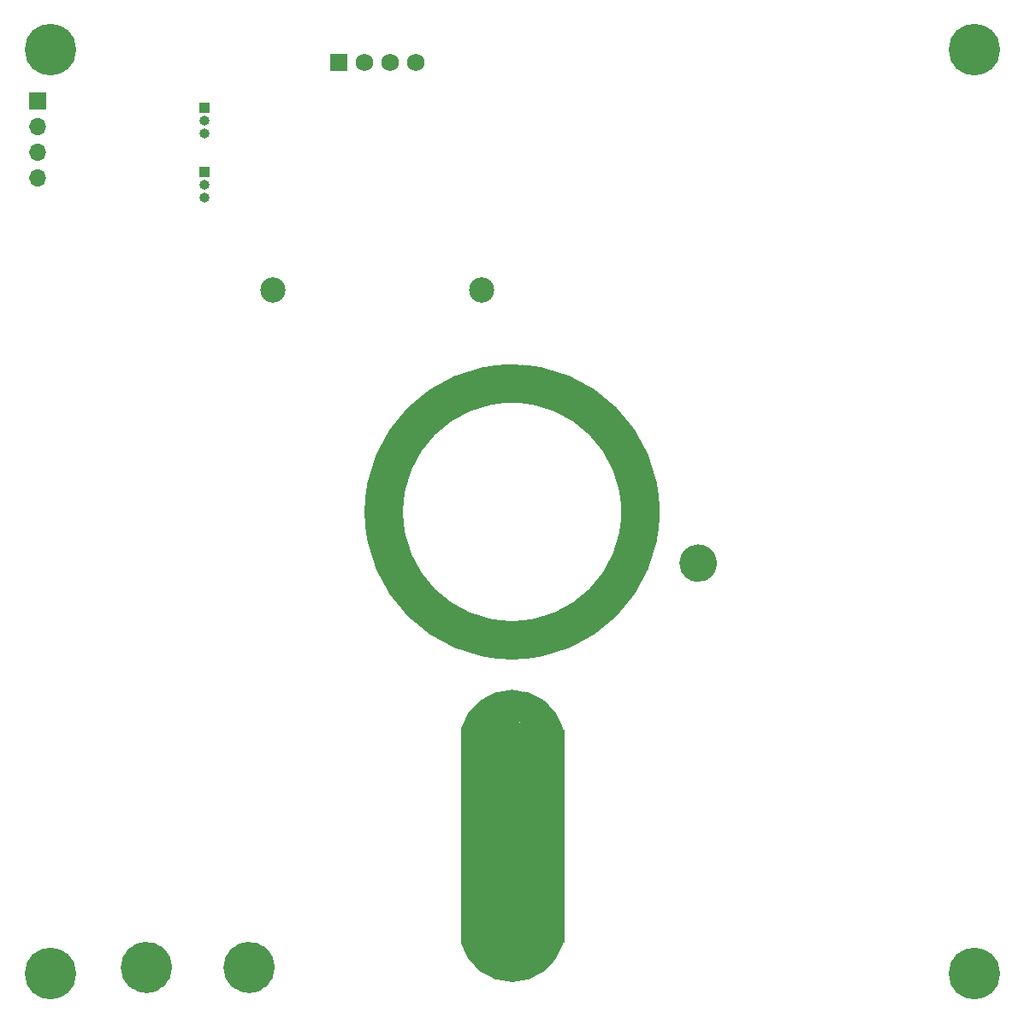
<source format=gbs>
G04 #@! TF.GenerationSoftware,KiCad,Pcbnew,(5.1.8)-1*
G04 #@! TF.CreationDate,2021-01-12T00:32:37+01:00*
G04 #@! TF.ProjectId,C64 Pi1541-II FaceplateB,43363420-5069-4313-9534-312d49492046,rev?*
G04 #@! TF.SameCoordinates,Original*
G04 #@! TF.FileFunction,Soldermask,Bot*
G04 #@! TF.FilePolarity,Negative*
%FSLAX46Y46*%
G04 Gerber Fmt 4.6, Leading zero omitted, Abs format (unit mm)*
G04 Created by KiCad (PCBNEW (5.1.8)-1) date 2021-01-12 00:32:37*
%MOMM*%
%LPD*%
G01*
G04 APERTURE LIST*
%ADD10C,3.800000*%
%ADD11C,0.100000*%
%ADD12C,1.150000*%
%ADD13C,1.250000*%
%ADD14C,2.500000*%
%ADD15C,2.500000*%
%ADD16R,1.727200X1.727200*%
%ADD17C,1.727200*%
%ADD18C,5.100000*%
%ADD19O,1.700000X1.700000*%
%ADD20R,1.700000X1.700000*%
%ADD21O,1.000000X1.000000*%
%ADD22R,1.000000X1.000000*%
G04 APERTURE END LIST*
D10*
X133985000Y-103505000D02*
G75*
G03*
X133985000Y-103505000I-12700000J0D01*
G01*
D11*
G36*
X140335000Y-109220000D02*
G01*
X139065000Y-109220000D01*
X139065000Y-107950000D01*
X140335000Y-107950000D01*
X140335000Y-109220000D01*
G37*
X140335000Y-109220000D02*
X139065000Y-109220000D01*
X139065000Y-107950000D01*
X140335000Y-107950000D01*
X140335000Y-109220000D01*
D12*
X140335000Y-108585000D02*
G75*
G03*
X140335000Y-108585000I-635000J0D01*
G01*
X140970000Y-108585000D02*
G75*
G03*
X140970000Y-108585000I-1270000J0D01*
G01*
D13*
X125577226Y-125283108D02*
G75*
G03*
X116840000Y-125730000I-4292226J-1716892D01*
G01*
X125577227Y-125918109D02*
G75*
G03*
X116840000Y-126365000I-4292227J-1716891D01*
G01*
X125730000Y-125095000D02*
G75*
G03*
X116840000Y-125095000I-4445000J-1270000D01*
G01*
X124460000Y-125730000D02*
G75*
G03*
X118110000Y-125730000I-3175000J-1270000D01*
G01*
D11*
G36*
X126365000Y-146050000D02*
G01*
X116205000Y-146050000D01*
X116205000Y-125095000D01*
X126365000Y-125095000D01*
X126365000Y-146050000D01*
G37*
X126365000Y-146050000D02*
X116205000Y-146050000D01*
X116205000Y-125095000D01*
X126365000Y-125095000D01*
X126365000Y-146050000D01*
D13*
X116840000Y-146050000D02*
G75*
G03*
X125730000Y-146050000I4445000J1270000D01*
G01*
X118110000Y-144145000D02*
G75*
G03*
X124460000Y-144145000I3175000J1270000D01*
G01*
X118110000Y-144780000D02*
G75*
G03*
X124460000Y-144780000I3175000J1270000D01*
G01*
X124460000Y-127000000D02*
G75*
G03*
X118110000Y-127000000I-3175000J-1270000D01*
G01*
X116992773Y-145226891D02*
G75*
G03*
X125730000Y-144780000I4292227J1716891D01*
G01*
X116840000Y-145415000D02*
G75*
G03*
X125730000Y-145415000I4445000J1270000D01*
G01*
D14*
X96520000Y-148590000D02*
G75*
G03*
X96520000Y-148590000I-1270000J0D01*
G01*
X86360000Y-148590000D02*
G75*
G03*
X86360000Y-148590000I-1270000J0D01*
G01*
D15*
X118250000Y-81555000D03*
X97650000Y-81555000D03*
D16*
X104140000Y-59055000D03*
D17*
X106680000Y-59055000D03*
X109220000Y-59055000D03*
X111760000Y-59055000D03*
D18*
X75565000Y-149225000D03*
X167005000Y-149225000D03*
X167005000Y-57785000D03*
X75565000Y-57785000D03*
D19*
X74295000Y-70485000D03*
X74295000Y-67945000D03*
X74295000Y-65405000D03*
D20*
X74295000Y-62865000D03*
D21*
X90805000Y-66040000D03*
X90805000Y-64770000D03*
D22*
X90805000Y-63500000D03*
X90805000Y-69850000D03*
D21*
X90805000Y-71120000D03*
X90805000Y-72390000D03*
M02*

</source>
